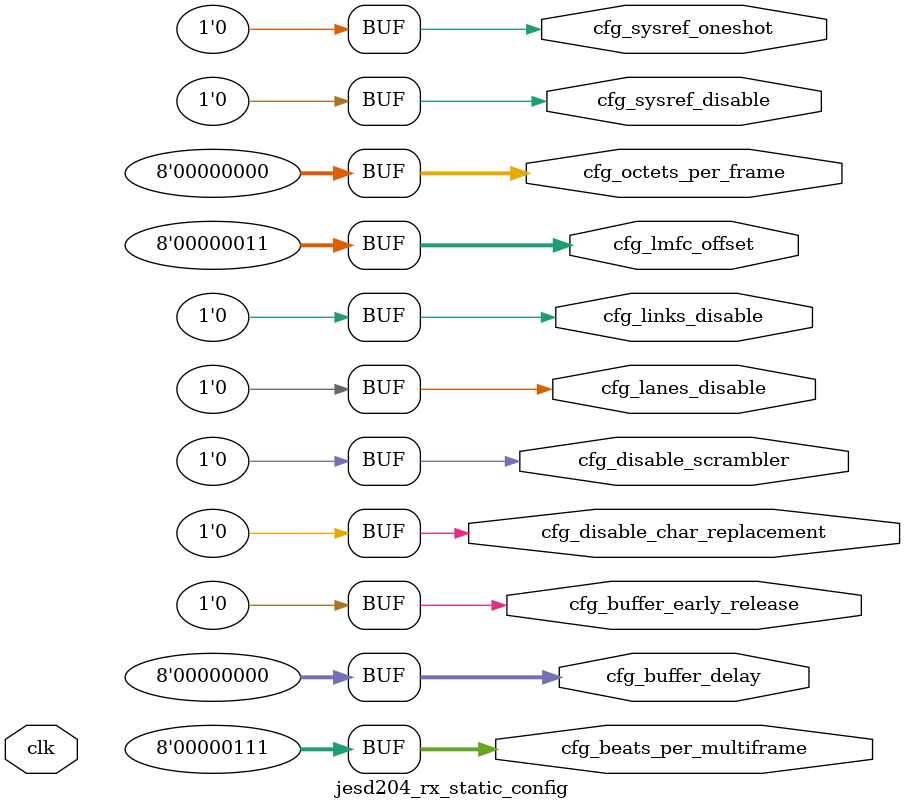
<source format=v>

`timescale 1ns/100ps

module jesd204_rx_static_config #(
  parameter NUM_LANES = 1,
  parameter NUM_LINKS = 1,
  parameter OCTETS_PER_FRAME = 1,
  parameter FRAMES_PER_MULTIFRAME = 32,
  parameter SCR = 1,
  parameter BUFFER_EARLY_RELEASE = 0,
  parameter MODE_64B66B_8B10B_N = 0
) (
  input clk,

  output [NUM_LANES-1:0] cfg_lanes_disable,
  output [NUM_LINKS-1:0] cfg_links_disable,
  output [7:0] cfg_beats_per_multiframe,
  output [7:0] cfg_octets_per_frame,
  output [7:0] cfg_lmfc_offset,
  output cfg_sysref_oneshot,
  output cfg_sysref_disable,

  output [7:0] cfg_buffer_delay,
  output cfg_buffer_early_release,
  output cfg_disable_scrambler,
  output cfg_disable_char_replacement
);

/* Only 4 is supported at the moment for 8b/10b and 8 for 64b */
localparam DATA_PATH_WIDTH = MODE_64B66B_8B10B_N ? 8 : 4;

assign cfg_beats_per_multiframe = (FRAMES_PER_MULTIFRAME * OCTETS_PER_FRAME / DATA_PATH_WIDTH) - 1;
assign cfg_octets_per_frame = OCTETS_PER_FRAME - 1;
assign cfg_lmfc_offset = 3;
assign cfg_sysref_oneshot = 1'b0;
assign cfg_sysref_disable = 1'b0;
assign cfg_buffer_delay = 'h0;
assign cfg_buffer_early_release = BUFFER_EARLY_RELEASE;
assign cfg_lanes_disable = {NUM_LANES{1'b0}};
assign cfg_links_disable = {NUM_LINKS{1'b0}};
assign cfg_disable_scrambler = SCR ? 1'b0 : 1'b1;
assign cfg_disable_char_replacement = cfg_disable_scrambler;

endmodule

</source>
